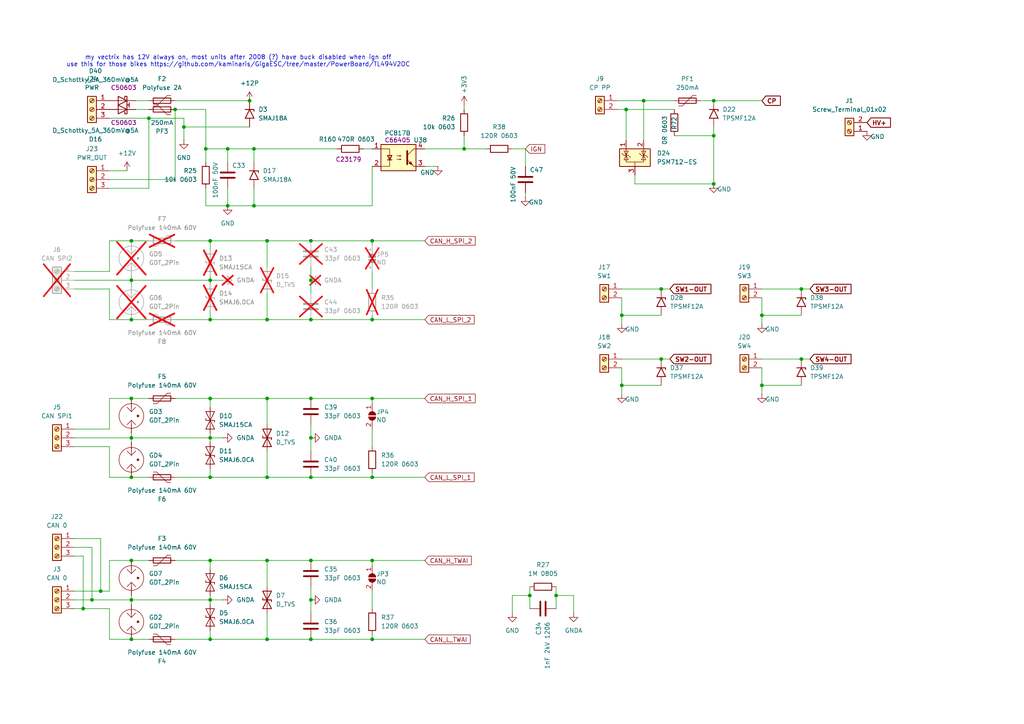
<source format=kicad_sch>
(kicad_sch (version 20250114) (generator "eeschema") (generator_version "9.0")
  (paper "A4")
  (title_block (title "VehicleMan") (date "2025-03-04") (rev "0") (company "©CC-BY-NC"))
  (lib_symbols
    (symbol "Connector:Screw_Terminal_01x02" (pin_names (offset 1.016) (hide yes))
      (property "Reference" "J" (at 0 2.54 0))
      (property "Value" "Screw_Terminal_01x02" (at 0 -5.08 0))
      (symbol "Screw_Terminal_01x02_1_1"
        (pin passive line (at -5.08 0 0) (length 3.81) (name "Pin_1") (number "1"))
        (pin passive line (at -5.08 -2.54 0) (length 3.81) (name "Pin_2") (number "2"))
      )
    )
    (symbol "Connector:Screw_Terminal_01x03" (pin_names (offset 1.016) (hide yes))
      (property "Reference" "J" (at 0 5.08 0))
      (property "Value" "Screw_Terminal_01x03" (at 0 -5.08 0))
      (symbol "Screw_Terminal_01x03_1_1"
        (pin passive line (at -5.08 2.54 0) (length 3.81) (name "Pin_1") (number "1"))
        (pin passive line (at -5.08 0 0) (length 3.81) (name "Pin_2") (number "2"))
        (pin passive line (at -5.08 -2.54 0) (length 3.81) (name "Pin_3") (number "3"))
      )
    )
    (symbol "Device:C" (pin_numbers (hide yes)) (pin_names (offset 0.254))
      (property "Reference" "C" (at 0.635 2.54 0))
      (property "Value" "C" (at 0.635 -2.54 0))
      (symbol "C_1_1"
        (pin passive line (at 0 3.81 270) (length 2.794) (name "~") (number "1"))
        (pin passive line (at 0 -3.81 90) (length 2.794) (name "~") (number "2"))
      )
    )
    (symbol "Device:D_TVS" (pin_numbers (hide yes)) (pin_names (offset 1.016) (hide yes))
      (property "Reference" "D" (at 0 2.54 0))
      (property "Value" "D_TVS" (at 0 -2.54 0))
      (symbol "D_TVS_1_1"
        (pin passive line (at -3.81 0 0) (length 2.54) (name "A1") (number "1"))
        (pin passive line (at 3.81 0 180) (length 2.54) (name "A2") (number "2"))
      )
    )
    (symbol "Device:Polyfuse" (pin_numbers (hide yes)) (pin_names (offset 0))
      (property "Reference" "F" (at -2.54 0 90))
      (property "Value" "Polyfuse" (at 2.54 0 90))
      (symbol "Polyfuse_1_1"
        (pin passive line (at 0 3.81 270) (length 1.27) (name "~") (number "1"))
        (pin passive line (at 0 -3.81 90) (length 1.27) (name "~") (number "2"))
      )
    )
    (symbol "Device:R" (pin_numbers (hide yes)) (pin_names (offset 0))
      (property "Reference" "R" (at 2.032 0 90))
      (property "Value" "R" (at 0 0 90))
      (symbol "R_1_1"
        (pin passive line (at 0 3.81 270) (length 1.27) (name "~") (number "1"))
        (pin passive line (at 0 -3.81 90) (length 1.27) (name "~") (number "2"))
      )
    )
    (symbol "Diode:SMAJ15CA" (pin_numbers (hide yes)) (pin_names (offset 1.016) (hide yes))
      (property "Reference" "D" (at 0 2.54 0))
      (property "Value" "SMAJ15CA" (at 0 -2.54 0))
      (symbol "SMAJ15CA_1_1"
        (pin passive line (at -3.81 0 0) (length 2.54) (name "A1") (number "1"))
        (pin passive line (at 3.81 0 180) (length 2.54) (name "A2") (number "2"))
      )
    )
    (symbol "Diode:SMAJ18A" (pin_numbers (hide yes)) (pin_names (offset 1.016) (hide yes))
      (property "Reference" "D" (at 0 2.54 0))
      (property "Value" "SMAJ18A" (at 0 -2.54 0))
      (symbol "SMAJ18A_1_1"
        (pin passive line (at -3.81 0 0) (length 2.54) (name "A1") (number "1"))
        (pin passive line (at 3.81 0 180) (length 2.54) (name "A2") (number "2"))
      )
    )
    (symbol "Diode:SMAJ6.0CA" (pin_numbers (hide yes)) (pin_names (offset 1.016) (hide yes))
      (property "Reference" "D" (at 0 2.54 0))
      (property "Value" "SMAJ6.0CA" (at 0 -2.54 0))
      (symbol "SMAJ6.0CA_1_1"
        (pin passive line (at -3.81 0 0) (length 2.54) (name "A1") (number "1"))
        (pin passive line (at 3.81 0 180) (length 2.54) (name "A2") (number "2"))
      )
    )
    (symbol "Diode:SMF12A" (pin_numbers (hide yes)) (pin_names (offset 1.016) (hide yes))
      (property "Reference" "D" (at 0 2.54 0))
      (property "Value" "SMF12A" (at 0 -2.54 0))
      (symbol "SMF12A_1_1"
        (pin passive line (at -3.81 0 0) (length 2.54) (name "A1") (number "1"))
        (pin passive line (at 3.81 0 180) (length 2.54) (name "A2") (number "2"))
      )
    )
    (symbol "GDT_2Pin_1" (pin_numbers (hide yes))
      (property "Reference" "GD2" (at 5.08 1.2701 0))
      (property "Value" "GDT_2Pin" (at 5.08 -1.2699 0))
      (symbol "GDT_2Pin_1_1_1"
        (pin passive line (at 0 5.08 270) (length 2.54) (name "~") (number "2"))
        (pin passive line (at 0 -5.08 90) (length 2.54) (name "~") (number "1"))
      )
    )
    (symbol "Isolator:PC817" (pin_names (offset 1.016))
      (property "Reference" "U?" (at 0 8.89 0))
      (property "Value" "PC817B" (at 0 6.35 0))
      (property "LCSC" "C390734" (at 0 0 0))
      (symbol "PC817_1_1"
        (pin passive line (at -7.62 2.54 0) (length 2.54) (name "~") (number "1"))
        (pin passive line (at -7.62 -2.54 0) (length 2.54) (name "~") (number "2"))
        (pin passive line (at 7.62 2.54 180) (length 2.54) (name "~") (number "4"))
        (pin passive line (at 7.62 -2.54 180) (length 2.54) (name "~") (number "3"))
      )
    )
    (symbol "Jumper:SolderJumper_2_Open" (pin_names (offset 0) (hide yes))
      (property "Reference" "JP" (at 0 2.032 0))
      (property "Value" "SolderJumper_2_Open" (at 0 -2.54 0))
      (symbol "SolderJumper_2_Open_1_1"
        (pin passive line (at -3.81 0 0) (length 2.54) (name "A") (number "1"))
        (pin passive line (at 3.81 0 180) (length 2.54) (name "B") (number "2"))
      )
    )
    (symbol "Power_Protection:NUP2105L" (pin_names (hide yes))
      (property "Reference" "D" (at 5.715 2.54 0))
      (property "Value" "NUP2105L" (at 5.715 0.635 0))
      (symbol "NUP2105L_0_0"
        (pin passive line (at 0 -5.08 90) (length 2.54) (name "A") (number "3"))
      )
      (symbol "NUP2105L_1_1"
        (pin passive line (at -2.54 5.08 270) (length 2.54) (name "K") (number "1"))
        (pin passive line (at 2.54 5.08 270) (length 2.54) (name "K") (number "2"))
      )
    )
    (symbol "Skrubis:D_Schottky_3A_40V" (pin_numbers (hide yes)) (pin_names (offset 1.016) (hide yes))
      (property "Reference" "D?" (at 0 2.54 0))
      (property "Value" "D_Schottky_3A_40V" (at 0 -3.81 0))
      (property "LCSC" "C354996" (at 0 -2.54 0))
      (property "Stock" "N" (at 2.54 -2.54 0))
      (symbol "D_Schottky_3A_40V_1_1"
        (pin passive line (at -3.81 0 0) (length 2.54) (name "K") (number "1"))
        (pin passive line (at 3.81 0 180) (length 2.54) (name "A") (number "2"))
      )
    )
    (symbol "power:+12P" (power) (pin_numbers (hide yes)) (pin_names (offset 0) (hide yes))
      (property "Value" "+12P" (at 0 3.556 0))
      (symbol "+12P_1_1"
        (pin power_in line (at 0 0 90) (length 0) (name "~") (number "1"))
      )
    )
    (symbol "power:+12V" (power) (pin_numbers (hide yes)) (pin_names (offset 0) (hide yes))
      (property "Value" "+12V" (at 0 3.556 0))
      (symbol "+12V_1_1"
        (pin power_in line (at 0 0 90) (length 0) (name "~") (number "1"))
      )
    )
    (symbol "power:+3V3" (power) (pin_numbers (hide yes)) (pin_names (offset 0) (hide yes))
      (property "Value" "+3V3" (at 0 3.556 0))
      (symbol "+3V3_1_1"
        (pin power_in line (at 0 0 90) (length 0) (name "~") (number "1"))
      )
    )
    (symbol "power:GND" (power) (pin_numbers (hide yes)) (pin_names (offset 0) (hide yes))
      (property "Value" "GND" (at 0 -3.81 0))
      (symbol "GND_1_1"
        (pin power_in line (at 0 0 270) (length 0) (name "~") (number "1"))
      )
    )
    (symbol "power:GNDA" (power) (pin_numbers (hide yes)) (pin_names (offset 0) (hide yes))
      (property "Value" "GNDA" (at 0 -3.81 0))
      (symbol "GNDA_1_1"
        (pin power_in line (at 0 0 270) (length 0) (name "~") (number "1"))
      )
    )
  )
  (text "my vectrix has 12V always on, most units after 2008 (?) have buck disabled when ign off\nuse this for those bikes https://github.com/kaminaris/GigaESC/tree/master/PowerBoard/TL494V2OC" (at 69.088 17.78 0) (effects (font (size 1.27 1.27))))
  (junction (at 59.69 43.18))
  (junction (at 191.77 104.14))
  (junction (at 186.69 29.21))
  (junction (at 90.17 173.99))
  (junction (at 90.17 115.57))
  (junction (at 90.17 138.43))
  (junction (at 60.96 185.42))
  (junction (at 153.67 172.72))
  (junction (at 60.96 127))
  (junction (at 207.01 53.34))
  (junction (at 38.1 127))
  (junction (at 107.95 115.57))
  (junction (at 232.41 83.82))
  (junction (at 29.21 171.45))
  (junction (at 220.98 91.44))
  (junction (at 38.1 185.42))
  (junction (at 38.1 162.56))
  (junction (at 38.1 115.57))
  (junction (at 38.1 138.43))
  (junction (at 107.95 162.56))
  (junction (at 43.18 34.29))
  (junction (at 24.13 176.53))
  (junction (at 191.77 83.82))
  (junction (at 180.34 111.76))
  (junction (at 66.04 43.18))
  (junction (at 90.17 81.28))
  (junction (at 90.17 162.56))
  (junction (at 90.17 185.42))
  (junction (at 77.47 162.56))
  (junction (at 220.98 111.76))
  (junction (at 77.47 185.42))
  (junction (at 207.01 29.21))
  (junction (at 134.62 43.18))
  (junction (at 90.17 92.71))
  (junction (at 181.61 31.75))
  (junction (at 38.1 173.99))
  (junction (at 107.95 92.71))
  (junction (at 107.95 69.85))
  (junction (at 90.17 69.85))
  (junction (at 77.47 92.71))
  (junction (at 60.96 92.71))
  (junction (at 77.47 138.43))
  (junction (at 73.66 43.18))
  (junction (at 60.96 138.43))
  (junction (at 107.95 138.43))
  (junction (at 38.1 81.28))
  (junction (at 66.04 59.69))
  (junction (at 161.29 172.72))
  (junction (at 38.1 69.85))
  (junction (at 90.17 127))
  (junction (at 72.39 29.21))
  (junction (at 60.96 81.28))
  (junction (at 73.66 59.69))
  (junction (at 38.1 92.71))
  (junction (at 60.96 173.99))
  (junction (at 77.47 69.85))
  (junction (at 50.8 31.75))
  (junction (at 180.34 91.44))
  (junction (at 26.67 173.99))
  (junction (at 77.47 115.57))
  (junction (at 60.96 115.57))
  (junction (at 207.01 39.37))
  (junction (at 107.95 185.42))
  (junction (at 53.34 36.83))
  (junction (at 232.41 104.14))
  (junction (at 60.96 162.56))
  (junction (at 60.96 69.85))
  (wire (pts (xy 31.75 171.45) (xy 31.75 162.56)))
  (wire (pts (xy 21.59 81.28) (xy 38.1 81.28)))
  (wire (pts (xy 31.75 129.54) (xy 31.75 138.43)))
  (wire (pts (xy 31.75 49.53) (xy 36.83 49.53)))
  (wire (pts (xy 77.47 115.57) (xy 90.17 115.57)))
  (wire (pts (xy 21.59 158.75) (xy 26.67 158.75)))
  (wire (pts (xy 107.95 162.56) (xy 123.19 162.56)))
  (wire (pts (xy 232.41 104.14) (xy 234.95 104.14)))
  (wire (pts (xy 107.95 185.42) (xy 123.19 185.42)))
  (wire (pts (xy 77.47 177.8) (xy 77.47 185.42)))
  (wire (pts (xy 207.01 53.34) (xy 207.01 39.37)))
  (wire (pts (xy 77.47 138.43) (xy 90.17 138.43)))
  (wire (pts (xy 31.75 176.53) (xy 31.75 185.42)))
  (wire (pts (xy 43.18 54.61) (xy 31.75 54.61)))
  (wire (pts (xy 180.34 114.3) (xy 180.34 111.76)))
  (wire (pts (xy 60.96 185.42) (xy 60.96 182.88)))
  (wire (pts (xy 107.95 185.42) (xy 107.95 184.15)))
  (wire (pts (xy 21.59 156.21) (xy 29.21 156.21)))
  (wire (pts (xy 60.96 162.56) (xy 60.96 165.1)))
  (wire (pts (xy 60.96 81.28) (xy 38.1 81.28)))
  (wire (pts (xy 31.75 115.57) (xy 38.1 115.57)))
  (wire (pts (xy 64.77 127) (xy 60.96 127)))
  (wire (pts (xy 179.07 29.21) (xy 186.69 29.21)))
  (wire (pts (xy 220.98 114.3) (xy 220.98 111.76)))
  (wire (pts (xy 31.75 69.85) (xy 38.1 69.85)))
  (wire (pts (xy 50.8 52.07) (xy 31.75 52.07)))
  (wire (pts (xy 31.75 185.42) (xy 38.1 185.42)))
  (wire (pts (xy 90.17 92.71) (xy 107.95 92.71)))
  (wire (pts (xy 123.19 48.26) (xy 127 48.26)))
  (wire (pts (xy 134.62 39.37) (xy 134.62 43.18)))
  (wire (pts (xy 64.77 173.99) (xy 60.96 173.99)))
  (wire (pts (xy 107.95 69.85) (xy 107.95 71.12)))
  (wire (pts (xy 21.59 83.82) (xy 31.75 83.82)))
  (wire (pts (xy 90.17 173.99) (xy 90.17 177.8)))
  (wire (pts (xy 90.17 162.56) (xy 107.95 162.56)))
  (wire (pts (xy 38.1 127) (xy 38.1 128.27)))
  (wire (pts (xy 107.95 69.85) (xy 123.19 69.85)))
  (wire (pts (xy 60.96 172.72) (xy 60.96 173.99)))
  (wire (pts (xy 60.96 173.99) (xy 60.96 175.26)))
  (wire (pts (xy 43.18 34.29) (xy 53.34 34.29)))
  (wire (pts (xy 60.96 69.85) (xy 60.96 72.39)))
  (wire (pts (xy 38.1 69.85) (xy 43.18 69.85)))
  (wire (pts (xy 203.2 29.21) (xy 207.01 29.21)))
  (wire (pts (xy 60.96 115.57) (xy 60.96 118.11)))
  (wire (pts (xy 39.37 31.75) (xy 43.18 31.75)))
  (wire (pts (xy 59.69 31.75) (xy 59.69 43.18)))
  (wire (pts (xy 31.75 162.56) (xy 38.1 162.56)))
  (wire (pts (xy 60.96 92.71) (xy 60.96 90.17)))
  (wire (pts (xy 107.95 92.71) (xy 123.19 92.71)))
  (wire (pts (xy 31.75 138.43) (xy 38.1 138.43)))
  (wire (pts (xy 181.61 31.75) (xy 181.61 40.64)))
  (wire (pts (xy 107.95 92.71) (xy 107.95 91.44)))
  (wire (pts (xy 191.77 104.14) (xy 194.31 104.14)))
  (wire (pts (xy 191.77 83.82) (xy 194.31 83.82)))
  (wire (pts (xy 207.01 29.21) (xy 220.98 29.21)))
  (wire (pts (xy 60.96 69.85) (xy 77.47 69.85)))
  (wire (pts (xy 26.67 158.75) (xy 26.67 173.99)))
  (wire (pts (xy 161.29 172.72) (xy 161.29 176.53)))
  (wire (pts (xy 220.98 111.76) (xy 232.41 111.76)))
  (wire (pts (xy 50.8 138.43) (xy 60.96 138.43)))
  (wire (pts (xy 60.96 81.28) (xy 60.96 82.55)))
  (wire (pts (xy 77.47 69.85) (xy 77.47 77.47)))
  (wire (pts (xy 107.95 124.46) (xy 107.95 129.54)))
  (wire (pts (xy 38.1 162.56) (xy 43.18 162.56)))
  (wire (pts (xy 77.47 130.81) (xy 77.47 138.43)))
  (wire (pts (xy 73.66 43.18) (xy 73.66 46.99)))
  (wire (pts (xy 21.59 171.45) (xy 29.21 171.45)))
  (wire (pts (xy 59.69 43.18) (xy 66.04 43.18)))
  (wire (pts (xy 53.34 36.83) (xy 53.34 40.64)))
  (wire (pts (xy 184.15 53.34) (xy 207.01 53.34)))
  (wire (pts (xy 73.66 43.18) (xy 97.79 43.18)))
  (wire (pts (xy 21.59 129.54) (xy 31.75 129.54)))
  (wire (pts (xy 66.04 43.18) (xy 73.66 43.18)))
  (wire (pts (xy 180.34 104.14) (xy 191.77 104.14)))
  (wire (pts (xy 59.69 59.69) (xy 66.04 59.69)))
  (wire (pts (xy 134.62 30.48) (xy 134.62 31.75)))
  (wire (pts (xy 21.59 124.46) (xy 31.75 124.46)))
  (wire (pts (xy 38.1 125.73) (xy 38.1 127)))
  (wire (pts (xy 195.58 39.37) (xy 207.01 39.37)))
  (wire (pts (xy 220.98 111.76) (xy 220.98 106.68)))
  (wire (pts (xy 50.8 185.42) (xy 60.96 185.42)))
  (wire (pts (xy 107.95 115.57) (xy 123.19 115.57)))
  (wire (pts (xy 232.41 83.82) (xy 234.95 83.82)))
  (wire (pts (xy 31.75 34.29) (xy 43.18 34.29)))
  (wire (pts (xy 31.75 124.46) (xy 31.75 115.57)))
  (wire (pts (xy 180.34 91.44) (xy 180.34 86.36)))
  (wire (pts (xy 60.96 80.01) (xy 60.96 81.28)))
  (wire (pts (xy 107.95 59.69) (xy 73.66 59.69)))
  (wire (pts (xy 60.96 185.42) (xy 77.47 185.42)))
  (wire (pts (xy 77.47 185.42) (xy 90.17 185.42)))
  (wire (pts (xy 148.59 172.72) (xy 153.67 172.72)))
  (wire (pts (xy 50.8 29.21) (xy 72.39 29.21)))
  (wire (pts (xy 38.1 81.28) (xy 38.1 82.55)))
  (wire (pts (xy 64.77 81.28) (xy 60.96 81.28)))
  (wire (pts (xy 50.8 69.85) (xy 60.96 69.85)))
  (wire (pts (xy 38.1 138.43) (xy 43.18 138.43)))
  (wire (pts (xy 39.37 29.21) (xy 43.18 29.21)))
  (wire (pts (xy 38.1 92.71) (xy 43.18 92.71)))
  (wire (pts (xy 77.47 115.57) (xy 77.47 123.19)))
  (wire (pts (xy 31.75 92.71) (xy 38.1 92.71)))
  (wire (pts (xy 153.67 172.72) (xy 153.67 170.18)))
  (wire (pts (xy 152.4 48.26) (xy 152.4 43.18)))
  (wire (pts (xy 186.69 29.21) (xy 195.58 29.21)))
  (wire (pts (xy 180.34 111.76) (xy 180.34 106.68)))
  (wire (pts (xy 180.34 111.76) (xy 191.77 111.76)))
  (wire (pts (xy 107.95 138.43) (xy 107.95 137.16)))
  (wire (pts (xy 50.8 115.57) (xy 60.96 115.57)))
  (wire (pts (xy 180.34 91.44) (xy 191.77 91.44)))
  (wire (pts (xy 77.47 69.85) (xy 90.17 69.85)))
  (wire (pts (xy 90.17 69.85) (xy 107.95 69.85)))
  (wire (pts (xy 90.17 170.18) (xy 90.17 173.99)))
  (wire (pts (xy 24.13 161.29) (xy 24.13 176.53)))
  (wire (pts (xy 134.62 43.18) (xy 140.97 43.18)))
  (wire (pts (xy 38.1 173.99) (xy 38.1 175.26)))
  (wire (pts (xy 21.59 127) (xy 38.1 127)))
  (wire (pts (xy 38.1 185.42) (xy 43.18 185.42)))
  (wire (pts (xy 107.95 162.56) (xy 107.95 163.83)))
  (wire (pts (xy 220.98 104.14) (xy 232.41 104.14)))
  (wire (pts (xy 107.95 171.45) (xy 107.95 176.53)))
  (wire (pts (xy 29.21 156.21) (xy 29.21 171.45)))
  (wire (pts (xy 186.69 40.64) (xy 186.69 29.21)))
  (wire (pts (xy 123.19 43.18) (xy 134.62 43.18)))
  (wire (pts (xy 77.47 92.71) (xy 90.17 92.71)))
  (wire (pts (xy 21.59 176.53) (xy 24.13 176.53)))
  (wire (pts (xy 60.96 138.43) (xy 77.47 138.43)))
  (wire (pts (xy 53.34 34.29) (xy 53.34 36.83)))
  (wire (pts (xy 60.96 162.56) (xy 77.47 162.56)))
  (wire (pts (xy 153.67 172.72) (xy 153.67 176.53)))
  (wire (pts (xy 105.41 43.18) (xy 107.95 43.18)))
  (wire (pts (xy 107.95 48.26) (xy 107.95 59.69)))
  (wire (pts (xy 60.96 115.57) (xy 77.47 115.57)))
  (wire (pts (xy 60.96 92.71) (xy 77.47 92.71)))
  (wire (pts (xy 50.8 162.56) (xy 60.96 162.56)))
  (wire (pts (xy 207.01 39.37) (xy 207.01 36.83)))
  (wire (pts (xy 90.17 81.28) (xy 90.17 85.09)))
  (wire (pts (xy 66.04 54.61) (xy 66.04 59.69)))
  (wire (pts (xy 59.69 59.69) (xy 59.69 54.61)))
  (wire (pts (xy 50.8 92.71) (xy 60.96 92.71)))
  (wire (pts (xy 60.96 127) (xy 60.96 128.27)))
  (wire (pts (xy 60.96 138.43) (xy 60.96 135.89)))
  (wire (pts (xy 77.47 162.56) (xy 90.17 162.56)))
  (wire (pts (xy 184.15 50.8) (xy 184.15 53.34)))
  (wire (pts (xy 38.1 172.72) (xy 38.1 173.99)))
  (wire (pts (xy 90.17 127) (xy 90.17 130.81)))
  (wire (pts (xy 181.61 31.75) (xy 195.58 31.75)))
  (wire (pts (xy 107.95 138.43) (xy 123.19 138.43)))
  (wire (pts (xy 77.47 85.09) (xy 77.47 92.71)))
  (wire (pts (xy 180.34 93.98) (xy 180.34 91.44)))
  (wire (pts (xy 66.04 43.18) (xy 66.04 46.99)))
  (wire (pts (xy 152.4 57.15) (xy 152.4 55.88)))
  (wire (pts (xy 179.07 31.75) (xy 181.61 31.75)))
  (wire (pts (xy 50.8 31.75) (xy 50.8 52.07)))
  (wire (pts (xy 107.95 78.74) (xy 107.95 83.82)))
  (wire (pts (xy 53.34 36.83) (xy 72.39 36.83)))
  (wire (pts (xy 220.98 91.44) (xy 220.98 86.36)))
  (wire (pts (xy 21.59 78.74) (xy 31.75 78.74)))
  (wire (pts (xy 90.17 115.57) (xy 107.95 115.57)))
  (wire (pts (xy 31.75 78.74) (xy 31.75 69.85)))
  (wire (pts (xy 107.95 115.57) (xy 107.95 116.84)))
  (wire (pts (xy 220.98 91.44) (xy 232.41 91.44)))
  (wire (pts (xy 161.29 170.18) (xy 161.29 172.72)))
  (wire (pts (xy 90.17 123.19) (xy 90.17 127)))
  (wire (pts (xy 90.17 138.43) (xy 107.95 138.43)))
  (wire (pts (xy 148.59 177.8) (xy 148.59 172.72)))
  (wire (pts (xy 220.98 93.98) (xy 220.98 91.44)))
  (wire (pts (xy 66.04 59.69) (xy 73.66 59.69)))
  (wire (pts (xy 59.69 46.99) (xy 59.69 43.18)))
  (wire (pts (xy 220.98 83.82) (xy 232.41 83.82)))
  (wire (pts (xy 21.59 161.29) (xy 24.13 161.29)))
  (wire (pts (xy 166.37 172.72) (xy 166.37 177.8)))
  (wire (pts (xy 43.18 34.29) (xy 43.18 54.61)))
  (wire (pts (xy 77.47 162.56) (xy 77.47 170.18)))
  (wire (pts (xy 29.21 171.45) (xy 31.75 171.45)))
  (wire (pts (xy 26.67 173.99) (xy 38.1 173.99)))
  (wire (pts (xy 60.96 125.73) (xy 60.96 127)))
  (wire (pts (xy 60.96 127) (xy 38.1 127)))
  (wire (pts (xy 180.34 83.82) (xy 191.77 83.82)))
  (wire (pts (xy 90.17 185.42) (xy 107.95 185.42)))
  (wire (pts (xy 161.29 172.72) (xy 166.37 172.72)))
  (wire (pts (xy 50.8 31.75) (xy 59.69 31.75)))
  (wire (pts (xy 90.17 77.47) (xy 90.17 81.28)))
  (wire (pts (xy 73.66 54.61) (xy 73.66 59.69)))
  (wire (pts (xy 38.1 115.57) (xy 43.18 115.57)))
  (wire (pts (xy 148.59 43.18) (xy 152.4 43.18)))
  (wire (pts (xy 38.1 80.01) (xy 38.1 81.28)))
  (wire (pts (xy 31.75 83.82) (xy 31.75 92.71)))
  (wire (pts (xy 24.13 176.53) (xy 31.75 176.53)))
  (wire (pts (xy 60.96 173.99) (xy 38.1 173.99)))
  (wire (pts (xy 21.59 173.99) (xy 26.67 173.99)))
  (global_label "IGN" (shape input) (at 152.4 43.18 0) (property "Intersheetrefs" "${INTERSHEET_REFS}" (effects (hide yes))))
  (global_label "CAN_H_SPI_1" (shape input) (at 123.19 115.57 0) (property "Intersheetrefs" "${INTERSHEET_REFS}" (effects (hide yes))))
  (global_label "CAN_L_SPI_2" (shape input) (at 123.19 92.71 0) (property "Intersheetrefs" "${INTERSHEET_REFS}" (effects (hide yes))))
  (global_label "SW2-OUT" (shape input) (at 194.31 104.14 0) (effects (font (thickness 0.254) (bold yes))) (property "Intersheetrefs" "${INTERSHEET_REFS}" (effects (hide yes))))
  (global_label "CAN_H_SPI_2" (shape input) (at 123.19 69.85 0) (property "Intersheetrefs" "${INTERSHEET_REFS}" (effects (hide yes))))
  (global_label "SW1-OUT" (shape input) (at 194.31 83.82 0) (effects (font (thickness 0.254) (bold yes))) (property "Intersheetrefs" "${INTERSHEET_REFS}" (effects (hide yes))))
  (global_label "CP" (shape input) (at 220.98 29.21 0) (effects (font (thickness 0.254) (bold yes))) (property "Intersheetrefs" "${INTERSHEET_REFS}" (effects (hide yes))))
  (global_label "CAN_L_SPI_1" (shape input) (at 123.19 138.43 0) (property "Intersheetrefs" "${INTERSHEET_REFS}" (effects (hide yes))))
  (global_label "HV+" (shape input) (at 251.46 35.56 0) (effects (font (thickness 0.254) (bold yes))) (property "Intersheetrefs" "${INTERSHEET_REFS}" (effects (hide yes))))
  (global_label "CAN_H_TWAI" (shape input) (at 123.19 162.56 0) (property "Intersheetrefs" "${INTERSHEET_REFS}" (effects (hide yes))))
  (global_label "SW4-OUT" (shape input) (at 234.95 104.14 0) (effects (font (thickness 0.254) (bold yes))) (property "Intersheetrefs" "${INTERSHEET_REFS}" (effects (hide yes))))
  (global_label "SW3-OUT" (shape input) (at 234.95 83.82 0) (effects (font (thickness 0.254) (bold yes))) (property "Intersheetrefs" "${INTERSHEET_REFS}" (effects (hide yes))))
  (global_label "CAN_L_TWAI" (shape input) (at 123.19 185.42 0) (property "Intersheetrefs" "${INTERSHEET_REFS}" (effects (hide yes))))
  (symbol (lib_id "Connector:Screw_Terminal_01x02") (at 173.99 29.21 0) (mirror y) (unit 1)
    (property "Reference" "J9" (at 173.99 22.86 0))
    (property "Value" "CP PP" (at 173.99 25.4 0))
    (property "Footprint" "TerminalBlock_4Ucon:TerminalBlock_4Ucon_1x02_P3.50mm_Horizontal" (effects (hide yes)))
    (property "Description" "Generic screw terminal, single row, 01x02, script generated (kicad-library-utils/schlib/autogen/connector/)" (effects (hide yes)))
    (property "LCSC" "C695629" (effects (hide yes)))
  )
  (symbol (lib_id "Device:D_TVS") (at 77.47 173.99 90) (unit 1)
    (property "Reference" "D7" (at 80.01 172.7199 90) (effects (justify right)))
    (property "Value" "D_TVS" (at 80.01 175.2599 90) (effects (justify right)))
    (property "Footprint" "Diode_SMD:D_SOD-323" (effects (hide yes)))
    (property "Description" "Bidirectional transient-voltage-suppression diode" (effects (hide yes)))
    (property "LCSC" "C41409313" (effects (hide yes)))
  )
  (symbol (lib_id "Diode:SMAJ18A") (at 72.39 33.02 270) (unit 1)
    (property "Reference" "D3" (at 74.93 31.7499 90) (effects (justify left)))
    (property "Value" "SMAJ18A" (at 74.93 34.2899 90) (effects (justify left)))
    (property "Footprint" "Diode_SMD:D_SMA" (effects (hide yes)))
    (property "Datasheet" "https://www.littelfuse.com/media?resourcetype=datasheets&itemid=75e32973-b177-4ee3-a0ff-cedaf1abdb93&filename=smaj-datasheet" (effects (hide yes)))
    (property "Description" "400W unidirectional Transient Voltage Suppressor, 18.0Vr, SMA(DO-214AC)" (effects (hide yes)))
  )
  (symbol (lib_id "Device:D_TVS") (at 77.47 127 90) (unit 1)
    (property "Reference" "D12" (at 80.01 125.7299 90) (effects (justify right)))
    (property "Value" "D_TVS" (at 80.01 128.2699 90) (effects (justify right)))
    (property "Footprint" "Diode_SMD:D_SOD-323" (effects (hide yes)))
    (property "Description" "Bidirectional transient-voltage-suppression diode" (effects (hide yes)))
    (property "LCSC" "C41409313" (effects (hide yes)))
  )
  (symbol (lib_id "power:+3V3") (at 134.62 30.48 0) (unit 1)
    (property "Reference" "#PWR0215" (effects (hide yes)))
    (property "Value" "+3V3" (at 134.62 27.178 90) (effects (justify left)))
  )
  (symbol (lib_id "Device:R") (at 59.69 50.8 0) (mirror y) (unit 1)
    (property "Reference" "R25" (at 57.15 49.5299 0) (effects (justify left)))
    (property "Value" "10k 0603" (at 57.15 52.0699 0) (effects (justify left)))
    (property "Footprint" "Resistor_SMD:R_0603_1608Metric" (effects (hide yes)))
    (property "Description" "Resistor" (effects (hide yes)))
    (property "LCSC" "C2930027" (effects (hide yes)))
  )
  (symbol (lib_id "Skrubis:D_Schottky_3A_40V") (at 35.56 29.21 180) (unit 1)
    (property "Reference" "D40" (at 27.686 20.574 0))
    (property "Value" "D_Schottky_5A_360mV@5A" (at 27.686 23.114 0))
    (property "Footprint" "Diode_SMD:D_SOD-128" (effects (hide yes)))
    (property "LCSC" "C50603" (at 35.8775 25.4 0))
  )
  (symbol (lib_id "Device:Polyfuse") (at 46.99 138.43 90) (mirror x) (unit 1)
    (property "Reference" "F6" (at 46.99 144.78 90))
    (property "Value" "Polyfuse 140mA 60V" (at 46.99 142.24 90))
    (property "Footprint" "Fuse:Fuse_1812_4532Metric" (effects (hide yes)))
    (property "Description" "Resettable fuse, polymeric positive temperature coefficient" (effects (hide yes)))
    (property "LCSC" "C20994" (effects (hide yes)))
  )
  (symbol (lib_id "Connector:Screw_Terminal_01x02") (at 215.9 83.82 0) (mirror y) (unit 1)
    (property "Reference" "J19" (at 215.9 77.47 0))
    (property "Value" "SW3" (at 215.9 80.01 0))
    (property "Footprint" "TerminalBlock_4Ucon:TerminalBlock_4Ucon_1x02_P3.50mm_Horizontal" (effects (hide yes)))
    (property "Description" "Generic screw terminal, single row, 01x02, script generated (kicad-library-utils/schlib/autogen/connector/)" (effects (hide yes)))
    (property "LCSC" "C695629" (effects (hide yes)))
  )
  (symbol (lib_id "Diode:SMAJ18A") (at 73.66 50.8 270) (unit 1)
    (property "Reference" "D17" (at 76.2 49.5299 90) (effects (justify left)))
    (property "Value" "SMAJ18A" (at 76.2 52.0699 90) (effects (justify left)))
    (property "Footprint" "Diode_SMD:D_SMA" (effects (hide yes)))
    (property "Datasheet" "https://www.littelfuse.com/media?resourcetype=datasheets&itemid=75e32973-b177-4ee3-a0ff-cedaf1abdb93&filename=smaj-datasheet" (effects (hide yes)))
    (property "Description" "400W unidirectional Transient Voltage Suppressor, 18.0Vr, SMA(DO-214AC)" (effects (hide yes)))
  )
  (symbol (lib_id "Diode:SMF12A") (at 207.01 33.02 270) (unit 1)
    (property "Reference" "D22" (at 209.55 31.7499 90) (effects (justify left)))
    (property "Value" "TPSMF12A" (at 209.55 34.2899 90) (effects (justify left)))
    (property "Footprint" "Diode_SMD:D_SOD-123" (effects (hide yes)))
    (property "Description" "200W unidirectional Transil Transient Voltage Suppressor, 12Vrwm, SMF" (effects (hide yes)))
    (property "LCSC" "C42440530" (effects (hide yes)))
  )
  (symbol (lib_id "Device:R") (at 107.95 133.35 0) (unit 1)
    (property "Reference" "R36" (at 110.49 132.0799 0) (effects (justify left)))
    (property "Value" "120R 0603" (at 110.49 134.6199 0) (effects (justify left)))
    (property "Footprint" "Resistor_SMD:R_0603_1608Metric" (effects (hide yes)))
    (property "Description" "Resistor" (effects (hide yes)))
    (property "LCSC" "C22787" (effects (hide yes)))
  )
  (symbol (lib_id "Diode:SMF12A") (at 191.77 107.95 270) (unit 1)
    (property "Reference" "D37" (at 194.31 106.6799 90) (effects (justify left)))
    (property "Value" "TPSMF12A" (at 194.31 109.2199 90) (effects (justify left)))
    (property "Footprint" "Diode_SMD:D_SOD-123" (effects (hide yes)))
    (property "Description" "200W unidirectional Transil Transient Voltage Suppressor, 12Vrwm, SMF" (effects (hide yes)))
    (property "LCSC" "C42440530" (effects (hide yes)))
  )
  (symbol (lib_name "GDT_2Pin_1") (lib_id "Device:GDT_2Pin") (at 38.1 74.93 0) (unit 1) (dnp yes)
    (property "Reference" "GD5" (at 43.18 73.6599 0) (effects (justify left)))
    (property "Value" "GDT_2Pin" (at 43.18 76.1999 0) (effects (justify left)))
    (property "Footprint" "Fuse:Fuse_1812_4532Metric" (effects (hide yes)))
    (property "Description" "Gas Discharge Tube with 2 Pins" (effects (hide yes)))
    (property "LCSC" "C9235" (effects (hide yes)))
  )
  (symbol (lib_id "Device:Polyfuse") (at 46.99 162.56 90) (unit 1)
    (property "Reference" "F3" (at 46.99 156.21 90))
    (property "Value" "Polyfuse 140mA 60V" (at 46.99 158.75 90))
    (property "Footprint" "Fuse:Fuse_1812_4532Metric" (effects (hide yes)))
    (property "Description" "Resettable fuse, polymeric positive temperature coefficient" (effects (hide yes)))
    (property "LCSC" "C20994" (effects (hide yes)))
  )
  (symbol (lib_id "Power_Protection:NUP2105L") (at 184.15 45.72 0) (unit 1)
    (property "Reference" "D24" (at 190.5 44.4499 0) (effects (justify left)))
    (property "Value" "PSM712-ES" (at 190.5 46.9899 0) (effects (justify left)))
    (property "Footprint" "Package_TO_SOT_SMD:SOT-23" (effects (hide yes)))
    (property "Datasheet" "https://www.lcsc.com/datasheet/lcsc_datasheet_2412061751_ElecSuper-PSM712-ES_C5180294.pdf" (effects (hide yes)))
    (property "LCSC" "C5180294" (effects (hide yes)))
  )
  (symbol (lib_id "Device:C") (at 152.4 52.07 0) (mirror y) (unit 1)
    (property "Reference" "C47" (at 153.67 49.276 0) (effects (justify right)))
    (property "Value" "100nF 50V" (at 148.844 48.26 90) (effects (justify right)))
    (property "Footprint" "Capacitor_SMD:C_0603_1608Metric" (effects (hide yes)))
    (property "Description" "Unpolarized capacitor" (effects (hide yes)))
    (property "LCSC" "C14663" (effects (hide yes)))
  )
  (symbol (lib_id "Device:Polyfuse") (at 199.39 29.21 90) (unit 1)
    (property "Reference" "PF1" (at 199.39 22.86 90))
    (property "Value" "250mA" (at 199.39 25.4 90))
    (property "Footprint" "Fuse:Fuse_1206_3216Metric" (effects (hide yes)))
    (property "Description" "Resettable fuse, polymeric positive temperature coefficient" (effects (hide yes)))
    (property "LCSC" "C70065" (effects (hide yes)))
  )
  (symbol (lib_id "Device:R") (at 134.62 35.56 0) (mirror y) (unit 1)
    (property "Reference" "R26" (at 132.08 34.2899 0) (effects (justify left)))
    (property "Value" "10k 0603" (at 132.08 36.8299 0) (effects (justify left)))
    (property "Footprint" "Resistor_SMD:R_0603_1608Metric" (effects (hide yes)))
    (property "Description" "Resistor" (effects (hide yes)))
    (property "LCSC" "C2930027" (effects (hide yes)))
  )
  (symbol (lib_name "GDT_2Pin_1") (lib_id "Device:GDT_2Pin") (at 38.1 133.35 0) (unit 1)
    (property "Reference" "GD4" (at 43.18 132.0799 0) (effects (justify left)))
    (property "Value" "GDT_2Pin" (at 43.18 134.6199 0) (effects (justify left)))
    (property "Footprint" "Fuse:Fuse_1812_4532Metric" (effects (hide yes)))
    (property "Description" "Gas Discharge Tube with 2 Pins" (effects (hide yes)))
    (property "LCSC" "C9235" (effects (hide yes)))
  )
  (symbol (lib_id "Connector:Screw_Terminal_01x02") (at 215.9 104.14 0) (mirror y) (unit 1)
    (property "Reference" "J20" (at 215.9 97.79 0))
    (property "Value" "SW4" (at 215.9 100.33 0))
    (property "Footprint" "TerminalBlock_4Ucon:TerminalBlock_4Ucon_1x02_P3.50mm_Horizontal" (effects (hide yes)))
    (property "Description" "Generic screw terminal, single row, 01x02, script generated (kicad-library-utils/schlib/autogen/connector/)" (effects (hide yes)))
    (property "LCSC" "C695629" (effects (hide yes)))
  )
  (symbol (lib_name "GDT_2Pin_1") (lib_id "Device:GDT_2Pin") (at 38.1 120.65 0) (unit 1)
    (property "Reference" "GD3" (at 43.18 119.3799 0) (effects (justify left)))
    (property "Value" "GDT_2Pin" (at 43.18 121.9199 0) (effects (justify left)))
    (property "Footprint" "Fuse:Fuse_1812_4532Metric" (effects (hide yes)))
    (property "Description" "Gas Discharge Tube with 2 Pins" (effects (hide yes)))
    (property "LCSC" "C9235" (effects (hide yes)))
  )
  (symbol (lib_id "power:GND") (at 220.98 93.98 0) (mirror y) (unit 1)
    (property "Reference" "#PWR0219" (effects (hide yes)))
    (property "Value" "GND" (at 224.028 95.504 0))
  )
  (symbol (lib_id "Diode:SMAJ6.0CA") (at 60.96 179.07 90) (unit 1)
    (property "Reference" "D5" (at 63.5 177.7999 90) (effects (justify right)))
    (property "Value" "SMAJ6.0CA" (at 63.5 180.3399 90) (effects (justify right)))
    (property "Footprint" "Diode_SMD:D_SMA" (effects (hide yes)))
    (property "Datasheet" "https://www.littelfuse.com/media?resourcetype=datasheets&itemid=75e32973-b177-4ee3-a0ff-cedaf1abdb93&filename=smaj-datasheet" (effects (hide yes)))
    (property "Description" "400W bidirectional Transient Voltage Suppressor, 6.0Vr, SMA(DO-214AC)" (effects (hide yes)))
    (property "LCSC" "C134999" (effects (hide yes)))
  )
  (symbol (lib_id "Connector:Screw_Terminal_01x02") (at 175.26 104.14 0) (mirror y) (unit 1)
    (property "Reference" "J18" (at 175.26 97.79 0))
    (property "Value" "SW2" (at 175.26 100.33 0))
    (property "Footprint" "TerminalBlock_4Ucon:TerminalBlock_4Ucon_1x02_P3.50mm_Horizontal" (effects (hide yes)))
    (property "Description" "Generic screw terminal, single row, 01x02, script generated (kicad-library-utils/schlib/autogen/connector/)" (effects (hide yes)))
    (property "LCSC" "C695629" (effects (hide yes)))
  )
  (symbol (lib_id "power:GND") (at 127 48.26 0) (unit 1)
    (property "Reference" "#PWR0217" (effects (hide yes)))
    (property "Value" "GND" (at 123.952 50.038 0))
  )
  (symbol (lib_id "power:+12V") (at 36.83 49.53 0) (unit 1)
    (property "Reference" "#PWR09" (effects (hide yes)))
    (property "Value" "+12V" (at 36.83 44.45 0))
    (property "Description" "Power symbol creates a global label with name \"+12V\"" (effects (hide yes)))
  )
  (symbol (lib_id "Device:Polyfuse") (at 46.99 29.21 90) (unit 1)
    (property "Reference" "F2" (at 46.99 22.86 90))
    (property "Value" "Polyfuse 2A" (at 46.99 25.4 90))
    (property "Footprint" "Fuse:Fuse_2920_7451Metric" (effects (hide yes)))
    (property "Description" "Resettable fuse, polymeric positive temperature coefficient" (effects (hide yes)))
    (property "LCSC" "C6165181" (effects (hide yes)))
  )
  (symbol (lib_id "Isolator:PC817") (at 115.57 45.72 0) (unit 1)
    (property "Reference" "U38" (at 121.92 40.64 0))
    (property "Value" "PC817B" (at 115.316 38.608 0))
    (property "Footprint" "Package_DIP:SMDIP-4_W7.62mm" (effects (hide yes)))
    (property "Datasheet" "http://www.soselectronic.cz/a_info/resource/d/pc817.pdf" (effects (hide yes)))
    (property "LCSC" "C66405" (at 115.316 40.64 0))
  )
  (symbol (lib_id "power:GND") (at 220.98 114.3 0) (mirror y) (unit 1)
    (property "Reference" "#PWR0220" (effects (hide yes)))
    (property "Value" "GND" (at 224.028 115.824 0))
  )
  (symbol (lib_id "Device:D_TVS") (at 77.47 81.28 90) (unit 1) (dnp yes)
    (property "Reference" "D15" (at 80.01 80.0099 90) (effects (justify right)))
    (property "Value" "D_TVS" (at 80.01 82.5499 90) (effects (justify right)))
    (property "Footprint" "Diode_SMD:D_SOD-323" (effects (hide yes)))
    (property "Description" "Bidirectional transient-voltage-suppression diode" (effects (hide yes)))
    (property "LCSC" "C41409313" (effects (hide yes)))
  )
  (symbol (lib_id "power:GNDA") (at 64.77 81.28 90) (unit 1) (dnp yes)
    (property "Reference" "#PWR040" (effects (hide yes)))
    (property "Value" "GNDA" (at 68.58 81.2799 90) (effects (justify right)))
    (property "Description" "Power symbol creates a global label with name \"GNDA\" , analog ground" (effects (hide yes)))
  )
  (symbol (lib_id "Diode:SMAJ15CA") (at 60.96 121.92 90) (unit 1)
    (property "Reference" "D10" (at 63.5 120.6499 90) (effects (justify right)))
    (property "Value" "SMAJ15CA" (at 63.5 123.1899 90) (effects (justify right)))
    (property "Footprint" "Diode_SMD:D_SMA" (effects (hide yes)))
    (property "Datasheet" "https://www.littelfuse.com/media?resourcetype=datasheets&itemid=75e32973-b177-4ee3-a0ff-cedaf1abdb93&filename=smaj-datasheet" (effects (hide yes)))
    (property "Description" "400W bidirectional Transient Voltage Suppressor, 15.0Vr, SMA(DO-214AC)" (effects (hide yes)))
    (property "LCSC" "C2848698" (effects (hide yes)))
  )
  (symbol (lib_id "Device:C") (at 90.17 134.62 0) (mirror y) (unit 1)
    (property "Reference" "C40" (at 93.98 133.3499 0) (effects (justify right)))
    (property "Value" "33pF 0603" (at 93.98 135.8899 0) (effects (justify right)))
    (property "Footprint" "Capacitor_SMD:C_0603_1608Metric" (effects (hide yes)))
    (property "Description" "Unpolarized capacitor" (effects (hide yes)))
    (property "LCSC" "C107047" (effects (hide yes)))
  )
  (symbol (lib_id "Device:R") (at 107.95 87.63 0) (unit 1) (dnp yes)
    (property "Reference" "R35" (at 110.49 86.3599 0) (effects (justify left)))
    (property "Value" "120R 0603" (at 110.49 88.8999 0) (effects (justify left)))
    (property "Footprint" "Resistor_SMD:R_0603_1608Metric" (effects (hide yes)))
    (property "Description" "Resistor" (effects (hide yes)))
    (property "LCSC" "C22787" (effects (hide yes)))
  )
  (symbol (lib_id "Connector:Screw_Terminal_01x03") (at 16.51 127 0) (mirror y) (unit 1)
    (property "Reference" "J5" (at 16.51 118.11 0))
    (property "Value" "CAN SPI1" (at 16.51 120.65 0))
    (property "Footprint" "TerminalBlock_4Ucon:TerminalBlock_4Ucon_1x03_P3.50mm_Horizontal" (effects (hide yes)))
    (property "Description" "Generic screw terminal, single row, 01x03, script generated (kicad-library-utils/schlib/autogen/connector/)" (effects (hide yes)))
    (property "LCSC" " C695630" (effects (hide yes)))
  )
  (symbol (lib_id "Diode:SMAJ15CA") (at 60.96 168.91 90) (unit 1)
    (property "Reference" "D6" (at 63.5 167.6399 90) (effects (justify right)))
    (property "Value" "SMAJ15CA" (at 63.5 170.1799 90) (effects (justify right)))
    (property "Footprint" "Diode_SMD:D_SMA" (effects (hide yes)))
    (property "Datasheet" "https://www.littelfuse.com/media?resourcetype=datasheets&itemid=75e32973-b177-4ee3-a0ff-cedaf1abdb93&filename=smaj-datasheet" (effects (hide yes)))
    (property "Description" "400W bidirectional Transient Voltage Suppressor, 15.0Vr, SMA(DO-214AC)" (effects (hide yes)))
    (property "LCSC" "C2848698" (effects (hide yes)))
  )
  (symbol (lib_id "Diode:SMAJ15CA") (at 60.96 76.2 90) (unit 1) (dnp yes)
    (property "Reference" "D13" (at 63.5 74.9299 90) (effects (justify right)))
    (property "Value" "SMAJ15CA" (at 63.5 77.4699 90) (effects (justify right)))
    (property "Footprint" "Diode_SMD:D_SMA" (effects (hide yes)))
    (property "Datasheet" "https://www.littelfuse.com/media?resourcetype=datasheets&itemid=75e32973-b177-4ee3-a0ff-cedaf1abdb93&filename=smaj-datasheet" (effects (hide yes)))
    (property "Description" "400W bidirectional Transient Voltage Suppressor, 15.0Vr, SMA(DO-214AC)" (effects (hide yes)))
    (property "LCSC" "C2848698" (effects (hide yes)))
  )
  (symbol (lib_id "Device:C") (at 90.17 119.38 0) (mirror y) (unit 1)
    (property "Reference" "C39" (at 93.98 118.1099 0) (effects (justify right)))
    (property "Value" "33pF 0603" (at 93.98 120.6499 0) (effects (justify right)))
    (property "Footprint" "Capacitor_SMD:C_0603_1608Metric" (effects (hide yes)))
    (property "Description" "Unpolarized capacitor" (effects (hide yes)))
    (property "LCSC" "C107047" (effects (hide yes)))
  )
  (symbol (lib_id "power:GND") (at 207.01 53.34 0) (mirror y) (unit 1)
    (property "Reference" "#PWR0214" (effects (hide yes)))
    (property "Value" "GND" (at 210.058 54.864 0))
  )
  (symbol (lib_id "power:GND") (at 180.34 93.98 0) (mirror y) (unit 1)
    (property "Reference" "#PWR0216" (effects (hide yes)))
    (property "Value" "GND" (at 183.388 95.504 0))
  )
  (symbol (lib_id "power:GND") (at 66.04 59.69 0) (unit 1)
    (property "Reference" "#PWR022" (effects (hide yes)))
    (property "Value" "GND" (at 66.04 64.77 0))
    (property "Description" "Power symbol creates a global label with name \"GND\" , ground" (effects (hide yes)))
  )
  (symbol (lib_id "power:+12P") (at 72.39 29.21 0) (unit 1)
    (property "Reference" "#PWR014" (effects (hide yes)))
    (property "Value" "+12P" (at 72.39 24.13 0))
    (property "Description" "Power symbol creates a global label with name \"+12P\"" (effects (hide yes)))
  )
  (symbol (lib_id "Connector:Screw_Terminal_01x03") (at 16.51 81.28 0) (mirror y) (unit 1) (dnp yes)
    (property "Reference" "J6" (at 16.51 72.39 0))
    (property "Value" "CAN SPI2" (at 16.51 74.93 0))
    (property "Footprint" "TerminalBlock_4Ucon:TerminalBlock_4Ucon_1x03_P3.50mm_Horizontal" (effects (hide yes)))
    (property "Description" "Generic screw terminal, single row, 01x03, script generated (kicad-library-utils/schlib/autogen/connector/)" (effects (hide yes)))
    (property "LCSC" " C695630" (effects (hide yes)))
  )
  (symbol (lib_id "Diode:SMAJ6.0CA") (at 60.96 86.36 90) (unit 1) (dnp yes)
    (property "Reference" "D14" (at 63.5 85.0899 90) (effects (justify right)))
    (property "Value" "SMAJ6.0CA" (at 63.5 87.6299 90) (effects (justify right)))
    (property "Footprint" "Diode_SMD:D_SMA" (effects (hide yes)))
    (property "Datasheet" "https://www.littelfuse.com/media?resourcetype=datasheets&itemid=75e32973-b177-4ee3-a0ff-cedaf1abdb93&filename=smaj-datasheet" (effects (hide yes)))
    (property "Description" "400W bidirectional Transient Voltage Suppressor, 6.0Vr, SMA(DO-214AC)" (effects (hide yes)))
    (property "LCSC" "C134999" (effects (hide yes)))
  )
  (symbol (lib_id "Device:Polyfuse") (at 46.99 69.85 90) (unit 1) (dnp yes)
    (property "Reference" "F7" (at 46.99 63.5 90))
    (property "Value" "Polyfuse 140mA 60V" (at 46.99 66.04 90))
    (property "Footprint" "Fuse:Fuse_1812_4532Metric" (effects (hide yes)))
    (property "Description" "Resettable fuse, polymeric positive temperature coefficient" (effects (hide yes)))
    (property "LCSC" "C20994" (effects (hide yes)))
  )
  (symbol (lib_id "power:GNDA") (at 64.77 127 90) (unit 1)
    (property "Reference" "#PWR036" (effects (hide yes)))
    (property "Value" "GNDA" (at 68.58 126.9999 90) (effects (justify right)))
    (property "Description" "Power symbol creates a global label with name \"GNDA\" , analog ground" (effects (hide yes)))
  )
  (symbol (lib_name "GDT_2Pin_1") (lib_id "Device:GDT_2Pin") (at 38.1 87.63 0) (unit 1) (dnp yes)
    (property "Reference" "GD6" (at 43.18 86.3599 0) (effects (justify left)))
    (property "Value" "GDT_2Pin" (at 43.18 88.8999 0) (effects (justify left)))
    (property "Footprint" "Fuse:Fuse_1812_4532Metric" (effects (hide yes)))
    (property "Description" "Gas Discharge Tube with 2 Pins" (effects (hide yes)))
    (property "LCSC" "C9235" (effects (hide yes)))
  )
  (symbol (lib_id "Diode:SMF12A") (at 232.41 107.95 270) (unit 1)
    (property "Reference" "D39" (at 234.95 106.6799 90) (effects (justify left)))
    (property "Value" "TPSMF12A" (at 234.95 109.2199 90) (effects (justify left)))
    (property "Footprint" "Diode_SMD:D_SOD-123" (effects (hide yes)))
    (property "Description" "200W unidirectional Transil Transient Voltage Suppressor, 12Vrwm, SMF" (effects (hide yes)))
    (property "LCSC" "C42440530" (effects (hide yes)))
  )
  (symbol (lib_id "power:GNDA") (at 166.37 177.8 0) (unit 1)
    (property "Reference" "#PWR023" (effects (hide yes)))
    (property "Value" "GNDA" (at 166.37 182.88 0))
    (property "Description" "Power symbol creates a global label with name \"GNDA\" , analog ground" (effects (hide yes)))
  )
  (symbol (lib_id "Device:C") (at 157.48 176.53 90) (unit 1)
    (property "Reference" "C34" (at 156.2099 180.34 0) (effects (justify right)))
    (property "Value" "1nF 2kV 1206" (at 158.7499 180.34 0) (effects (justify right)))
    (property "Footprint" "Capacitor_SMD:C_1206_3216Metric" (effects (hide yes)))
    (property "Description" "Unpolarized capacitor" (effects (hide yes)))
    (property "LCSC" "C9196" (effects (hide yes)))
  )
  (symbol (lib_id "Device:Polyfuse") (at 46.99 92.71 90) (mirror x) (unit 1) (dnp yes)
    (property "Reference" "F8" (at 46.99 99.06 90))
    (property "Value" "Polyfuse 140mA 60V" (at 46.99 96.52 90))
    (property "Footprint" "Fuse:Fuse_1812_4532Metric" (effects (hide yes)))
    (property "Description" "Resettable fuse, polymeric positive temperature coefficient" (effects (hide yes)))
    (property "LCSC" "C20994" (effects (hide yes)))
  )
  (symbol (lib_id "Device:R") (at 101.6 43.18 270) (unit 1)
    (property "Reference" "R160" (at 92.456 40.386 90) (effects (justify left)))
    (property "Value" "470R 0603" (at 97.79 40.386 90) (effects (justify left)))
    (property "Footprint" "Resistor_SMD:R_0603_1608Metric" (effects (hide yes)))
    (property "LCSC" "C23179" (at 101.092 46.228 90))
  )
  (symbol (lib_id "Device:C") (at 90.17 181.61 0) (mirror y) (unit 1)
    (property "Reference" "C36" (at 93.98 180.3399 0) (effects (justify right)))
    (property "Value" "33pF 0603" (at 93.98 182.8799 0) (effects (justify right)))
    (property "Footprint" "Capacitor_SMD:C_0603_1608Metric" (effects (hide yes)))
    (property "Description" "Unpolarized capacitor" (effects (hide yes)))
    (property "LCSC" "C107047" (effects (hide yes)))
  )
  (symbol (lib_id "Jumper:SolderJumper_2_Open") (at 107.95 167.64 270) (unit 1) (in_bom no)
    (property "Reference" "JP3" (at 109.1692 166.4716 90) (effects (justify left)))
    (property "Value" "NO" (at 109.1692 168.783 90) (effects (justify left)))
    (property "Footprint" "Jumper:SolderJumper-2_P1.3mm_Open_TrianglePad1.0x1.5mm" (effects (hide yes)))
  )
  (symbol (lib_id "Device:Polyfuse") (at 46.99 185.42 90) (mirror x) (unit 1)
    (property "Reference" "F4" (at 46.99 191.77 90))
    (property "Value" "Polyfuse 140mA 60V" (at 46.99 189.23 90))
    (property "Footprint" "Fuse:Fuse_1812_4532Metric" (effects (hide yes)))
    (property "Description" "Resettable fuse, polymeric positive temperature coefficient" (effects (hide yes)))
    (property "LCSC" "C20994" (effects (hide yes)))
  )
  (symbol (lib_id "Device:Polyfuse") (at 46.99 115.57 90) (unit 1)
    (property "Reference" "F5" (at 46.99 109.22 90))
    (property "Value" "Polyfuse 140mA 60V" (at 46.99 111.76 90))
    (property "Footprint" "Fuse:Fuse_1812_4532Metric" (effects (hide yes)))
    (property "Description" "Resettable fuse, polymeric positive temperature coefficient" (effects (hide yes)))
    (property "LCSC" "C20994" (effects (hide yes)))
  )
  (symbol (lib_id "Device:Polyfuse") (at 46.99 31.75 90) (mirror x) (unit 1)
    (property "Reference" "PF3" (at 46.99 38.1 90))
    (property "Value" "250mA" (at 46.99 35.56 90))
    (property "Footprint" "Fuse:Fuse_1206_3216Metric" (effects (hide yes)))
    (property "Description" "Resettable fuse, polymeric positive temperature coefficient" (effects (hide yes)))
    (property "LCSC" "C70065" (effects (hide yes)))
  )
  (symbol (lib_id "power:GND") (at 148.59 177.8 0) (unit 1)
    (property "Reference" "#PWR024" (effects (hide yes)))
    (property "Value" "GND" (at 148.59 182.88 0))
    (property "Description" "Power symbol creates a global label with name \"GND\" , ground" (effects (hide yes)))
  )
  (symbol (lib_id "Device:R") (at 157.48 170.18 90) (unit 1)
    (property "Reference" "R27" (at 157.48 163.83 90))
    (property "Value" "1M 0805" (at 157.48 166.37 90))
    (property "Footprint" "Resistor_SMD:R_0805_2012Metric" (effects (hide yes)))
    (property "Description" "Resistor" (effects (hide yes)))
    (property "LCSC" "C17514" (effects (hide yes)))
  )
  (symbol (lib_id "Connector:Screw_Terminal_01x03") (at 26.67 52.07 0) (mirror y) (unit 1)
    (property "Reference" "J23" (at 26.67 43.18 0))
    (property "Value" "PWR_OUT" (at 26.67 45.72 0))
    (property "Footprint" "TerminalBlock_4Ucon:TerminalBlock_4Ucon_1x03_P3.50mm_Horizontal" (effects (hide yes)))
    (property "Description" "Generic screw terminal, single row, 01x03, script generated (kicad-library-utils/schlib/autogen/connector/)" (effects (hide yes)))
    (property "LCSC" " C695630" (effects (hide yes)))
  )
  (symbol (lib_id "power:GNDA") (at 90.17 81.28 90) (unit 1) (dnp yes)
    (property "Reference" "#PWR041" (effects (hide yes)))
    (property "Value" "GNDA" (at 93.98 81.2799 90) (effects (justify right)))
    (property "Description" "Power symbol creates a global label with name \"GNDA\" , analog ground" (effects (hide yes)))
  )
  (symbol (lib_id "Diode:SMF12A") (at 232.41 87.63 270) (unit 1)
    (property "Reference" "D38" (at 234.95 86.3599 90) (effects (justify left)))
    (property "Value" "TPSMF12A" (at 234.95 88.8999 90) (effects (justify left)))
    (property "Footprint" "Diode_SMD:D_SOD-123" (effects (hide yes)))
    (property "Description" "200W unidirectional Transil Transient Voltage Suppressor, 12Vrwm, SMF" (effects (hide yes)))
    (property "LCSC" "C42440530" (effects (hide yes)))
  )
  (symbol (lib_id "Connector:Screw_Terminal_01x03") (at 16.51 173.99 0) (mirror y) (unit 1)
    (property "Reference" "J3" (at 16.51 165.1 0))
    (property "Value" "CAN 0" (at 16.51 167.64 0))
    (property "Footprint" "TerminalBlock_4Ucon:TerminalBlock_4Ucon_1x03_P3.50mm_Horizontal" (effects (hide yes)))
    (property "Description" "Generic screw terminal, single row, 01x03, script generated (kicad-library-utils/schlib/autogen/connector/)" (effects (hide yes)))
    (property "LCSC" " C695630" (effects (hide yes)))
  )
  (symbol (lib_id "Jumper:SolderJumper_2_Open") (at 107.95 120.65 270) (unit 1) (in_bom no)
    (property "Reference" "JP4" (at 109.1692 119.4816 90) (effects (justify left)))
    (property "Value" "NO" (at 109.1692 121.793 90) (effects (justify left)))
    (property "Footprint" "Jumper:SolderJumper-2_P1.3mm_Open_TrianglePad1.0x1.5mm" (effects (hide yes)))
  )
  (symbol (lib_id "Device:R") (at 195.58 35.56 0) (mirror x) (unit 1)
    (property "Reference" "R72" (at 195.58 33.782 90) (effects (justify left)))
    (property "Value" "0R 0603" (at 192.786 33.528 90) (effects (justify left)))
    (property "Footprint" "Resistor_SMD:R_0603_1608Metric" (effects (hide yes)))
    (property "Description" "Resistor" (effects (hide yes)))
    (property "LCSC" "C21189" (effects (hide yes)))
  )
  (symbol (lib_id "power:GND") (at 251.46 38.1 0) (mirror y) (unit 1)
    (property "Reference" "#PWR0221" (effects (hide yes)))
    (property "Value" "GND" (at 254.508 39.624 0))
  )
  (symbol (lib_id "power:GND") (at 180.34 114.3 0) (mirror y) (unit 1)
    (property "Reference" "#PWR0218" (effects (hide yes)))
    (property "Value" "GND" (at 183.388 115.824 0))
  )
  (symbol (lib_id "Diode:SMAJ6.0CA") (at 60.96 132.08 90) (unit 1)
    (property "Reference" "D11" (at 63.5 130.8099 90) (effects (justify right)))
    (property "Value" "SMAJ6.0CA" (at 63.5 133.3499 90) (effects (justify right)))
    (property "Footprint" "Diode_SMD:D_SMA" (effects (hide yes)))
    (property "Datasheet" "https://www.littelfuse.com/media?resourcetype=datasheets&itemid=75e32973-b177-4ee3-a0ff-cedaf1abdb93&filename=smaj-datasheet" (effects (hide yes)))
    (property "Description" "400W bidirectional Transient Voltage Suppressor, 6.0Vr, SMA(DO-214AC)" (effects (hide yes)))
    (property "LCSC" "C134999" (effects (hide yes)))
  )
  (symbol (lib_id "power:GNDA") (at 64.77 173.99 90) (unit 1)
    (property "Reference" "#PWR029" (effects (hide yes)))
    (property "Value" "GNDA" (at 68.58 173.9899 90) (effects (justify right)))
    (property "Description" "Power symbol creates a global label with name \"GNDA\" , analog ground" (effects (hide yes)))
  )
  (symbol (lib_id "Device:C") (at 90.17 166.37 0) (mirror y) (unit 1)
    (property "Reference" "C35" (at 93.98 165.0999 0) (effects (justify right)))
    (property "Value" "33pF 0603" (at 93.98 167.6399 0) (effects (justify right)))
    (property "Footprint" "Capacitor_SMD:C_0603_1608Metric" (effects (hide yes)))
    (property "Description" "Unpolarized capacitor" (effects (hide yes)))
    (property "LCSC" "C107047" (effects (hide yes)))
  )
  (symbol (lib_id "power:GND") (at 53.34 40.64 0) (unit 1)
    (property "Reference" "#PWR012" (effects (hide yes)))
    (property "Value" "GND" (at 53.34 45.72 0))
    (property "Description" "Power symbol creates a global label with name \"GND\" , ground" (effects (hide yes)))
  )
  (symbol (lib_id "Connector:Screw_Terminal_01x03") (at 16.51 158.75 0) (mirror y) (unit 1)
    (property "Reference" "J22" (at 16.51 149.86 0))
    (property "Value" "CAN 0" (at 16.51 152.4 0))
    (property "Footprint" "TerminalBlock_4Ucon:TerminalBlock_4Ucon_1x03_P3.50mm_Horizontal" (effects (hide yes)))
    (property "Description" "Generic screw terminal, single row, 01x03, script generated (kicad-library-utils/schlib/autogen/connector/)" (effects (hide yes)))
    (property "LCSC" " C695630" (effects (hide yes)))
  )
  (symbol (lib_id "Skrubis:D_Schottky_3A_40V") (at 35.56 31.75 0) (mirror y) (unit 1)
    (property "Reference" "D16" (at 27.686 40.386 0))
    (property "Value" "D_Schottky_5A_360mV@5A" (at 27.686 37.846 0))
    (property "Footprint" "Diode_SMD:D_SOD-128" (effects (hide yes)))
    (property "LCSC" "C50603" (at 35.8775 35.56 0))
  )
  (symbol (lib_id "Connector:Screw_Terminal_01x02") (at 175.26 83.82 0) (mirror y) (unit 1)
    (property "Reference" "J17" (at 175.26 77.47 0))
    (property "Value" "SW1" (at 175.26 80.01 0))
    (property "Footprint" "TerminalBlock_4Ucon:TerminalBlock_4Ucon_1x02_P3.50mm_Horizontal" (effects (hide yes)))
    (property "Description" "Generic screw terminal, single row, 01x02, script generated (kicad-library-utils/schlib/autogen/connector/)" (effects (hide yes)))
    (property "LCSC" "C695629" (effects (hide yes)))
  )
  (symbol (lib_id "Device:C") (at 66.04 50.8 0) (mirror y) (unit 1)
    (property "Reference" "C33" (at 67.31 48.006 0) (effects (justify right)))
    (property "Value" "100nF 50V" (at 62.484 46.99 90) (effects (justify right)))
    (property "Footprint" "Capacitor_SMD:C_0603_1608Metric" (effects (hide yes)))
    (property "Description" "Unpolarized capacitor" (effects (hide yes)))
    (property "LCSC" "C14663" (effects (hide yes)))
  )
  (symbol (lib_id "Device:R") (at 107.95 180.34 0) (unit 1)
    (property "Reference" "R37" (at 110.49 179.0699 0) (effects (justify left)))
    (property "Value" "120R 0603" (at 110.49 181.6099 0) (effects (justify left)))
    (property "Footprint" "Resistor_SMD:R_0603_1608Metric" (effects (hide yes)))
    (property "Description" "Resistor" (effects (hide yes)))
    (property "LCSC" "C22787" (effects (hide yes)))
  )
  (symbol (lib_id "Connector:Screw_Terminal_01x03") (at 26.67 31.75 0) (mirror y) (unit 1)
    (property "Reference" "J24" (at 26.67 22.86 0))
    (property "Value" "PWR" (at 26.67 25.4 0))
    (property "Footprint" "TerminalBlock_4Ucon:TerminalBlock_4Ucon_1x03_P3.50mm_Horizontal" (effects (hide yes)))
    (property "Description" "Generic screw terminal, single row, 01x03, script generated (kicad-library-utils/schlib/autogen/connector/)" (effects (hide yes)))
    (property "LCSC" " C695630" (effects (hide yes)))
  )
  (symbol (lib_name "GDT_2Pin_1") (lib_id "Device:GDT_2Pin") (at 38.1 180.34 0) (unit 1)
    (property "Reference" "GD2" (at 43.18 179.0699 0) (effects (justify left)))
    (property "Value" "GDT_2Pin" (at 43.18 181.6099 0) (effects (justify left)))
    (property "Footprint" "Fuse:Fuse_1812_4532Metric" (effects (hide yes)))
    (property "Description" "Gas Discharge Tube with 2 Pins" (effects (hide yes)))
    (property "LCSC" "C9235" (effects (hide yes)))
  )
  (symbol (lib_id "Connector:Screw_Terminal_01x02") (at 246.38 38.1 180) (unit 1)
    (property "Reference" "J1" (at 246.38 29.21 0))
    (property "Value" "Screw_Terminal_01x02" (at 246.38 31.75 0))
    (property "Footprint" "TerminalBlock_Phoenix:TerminalBlock_Phoenix_MKDS-1,5-2-5.08_1x02_P5.08mm_Horizontal" (effects (hide yes)))
    (property "Description" "Generic screw terminal, single row, 01x02, script generated (kicad-library-utils/schlib/autogen/connector/)" (effects (hide yes)))
    (property "LCSC" "C8465" (effects (hide yes)))
  )
  (symbol (lib_id "Jumper:SolderJumper_2_Open") (at 107.95 74.93 270) (unit 1) (in_bom no) (dnp yes)
    (property "Reference" "JP5" (at 109.1692 73.7616 90) (effects (justify left)))
    (property "Value" "NO" (at 109.1692 76.073 90) (effects (justify left)))
    (property "Footprint" "Jumper:SolderJumper-2_P1.3mm_Open_TrianglePad1.0x1.5mm" (effects (hide yes)))
  )
  (symbol (lib_id "Device:R") (at 144.78 43.18 90) (unit 1)
    (property "Reference" "R38" (at 144.78 36.83 90))
    (property "Value" "120R 0603" (at 144.78 39.37 90))
    (property "Footprint" "Resistor_SMD:R_0603_1608Metric" (effects (hide yes)))
    (property "Description" "Resistor" (effects (hide yes)))
    (property "LCSC" "C22787" (effects (hide yes)))
  )
  (symbol (lib_name "GDT_2Pin_1") (lib_id "Device:GDT_2Pin") (at 38.1 167.64 0) (unit 1)
    (property "Reference" "GD7" (at 43.18 166.3699 0) (effects (justify left)))
    (property "Value" "GDT_2Pin" (at 43.18 168.9099 0) (effects (justify left)))
    (property "Footprint" "Fuse:Fuse_1812_4532Metric" (effects (hide yes)))
    (property "Description" "Gas Discharge Tube with 2 Pins" (effects (hide yes)))
    (property "LCSC" "C9235" (effects (hide yes)))
  )
  (symbol (lib_id "power:GNDA") (at 90.17 127 90) (unit 1)
    (property "Reference" "#PWR037" (effects (hide yes)))
    (property "Value" "GNDA" (at 93.98 126.9999 90) (effects (justify right)))
    (property "Description" "Power symbol creates a global label with name \"GNDA\" , analog ground" (effects (hide yes)))
  )
  (symbol (lib_id "Device:C") (at 90.17 88.9 0) (mirror y) (unit 1) (dnp yes)
    (property "Reference" "C44" (at 93.98 87.6299 0) (effects (justify right)))
    (property "Value" "33pF 0603" (at 93.98 90.1699 0) (effects (justify right)))
    (property "Footprint" "Capacitor_SMD:C_0603_1608Metric" (effects (hide yes)))
    (property "Description" "Unpolarized capacitor" (effects (hide yes)))
    (property "LCSC" "C107047" (effects (hide yes)))
  )
  (symbol (lib_id "power:GND") (at 152.4 57.15 0) (mirror y) (unit 1)
    (property "Reference" "#PWR0213" (effects (hide yes)))
    (property "Value" "GND" (at 155.448 58.674 0))
  )
  (symbol (lib_id "power:GNDA") (at 90.17 173.99 90) (unit 1)
    (property "Reference" "#PWR030" (effects (hide yes)))
    (property "Value" "GNDA" (at 93.98 173.9899 90) (effects (justify right)))
    (property "Description" "Power symbol creates a global label with name \"GNDA\" , analog ground" (effects (hide yes)))
  )
  (symbol (lib_id "Device:C") (at 90.17 73.66 0) (mirror y) (unit 1) (dnp yes)
    (property "Reference" "C43" (at 93.98 72.3899 0) (effects (justify right)))
    (property "Value" "33pF 0603" (at 93.98 74.9299 0) (effects (justify right)))
    (property "Footprint" "Capacitor_SMD:C_0603_1608Metric" (effects (hide yes)))
    (property "Description" "Unpolarized capacitor" (effects (hide yes)))
    (property "LCSC" "C107047" (effects (hide yes)))
  )
  (symbol (lib_id "Diode:SMF12A") (at 191.77 87.63 270) (unit 1)
    (property "Reference" "D28" (at 194.31 86.3599 90) (effects (justify left)))
    (property "Value" "TPSMF12A" (at 194.31 88.8999 90) (effects (justify left)))
    (property "Footprint" "Diode_SMD:D_SOD-123" (effects (hide yes)))
    (property "Description" "200W unidirectional Transil Transient Voltage Suppressor, 12Vrwm, SMF" (effects (hide yes)))
    (property "LCSC" "C42440530" (effects (hide yes)))
  )
)
</source>
